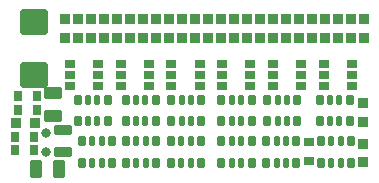
<source format=gtp>
G04*
G04 #@! TF.GenerationSoftware,Altium Limited,Altium Designer,20.0.10 (225)*
G04*
G04 Layer_Color=8421504*
%FSLAX25Y25*%
%MOIN*%
G70*
G01*
G75*
G04:AMPARAMS|DCode=15|XSize=35.43mil|YSize=57.09mil|CornerRadius=3.54mil|HoleSize=0mil|Usage=FLASHONLY|Rotation=270.000|XOffset=0mil|YOffset=0mil|HoleType=Round|Shape=RoundedRectangle|*
%AMROUNDEDRECTD15*
21,1,0.03543,0.05000,0,0,270.0*
21,1,0.02835,0.05709,0,0,270.0*
1,1,0.00709,-0.02500,-0.01417*
1,1,0.00709,-0.02500,0.01417*
1,1,0.00709,0.02500,0.01417*
1,1,0.00709,0.02500,-0.01417*
%
%ADD15ROUNDEDRECTD15*%
G04:AMPARAMS|DCode=16|XSize=86.61mil|YSize=90.55mil|CornerRadius=8.66mil|HoleSize=0mil|Usage=FLASHONLY|Rotation=270.000|XOffset=0mil|YOffset=0mil|HoleType=Round|Shape=RoundedRectangle|*
%AMROUNDEDRECTD16*
21,1,0.08661,0.07323,0,0,270.0*
21,1,0.06929,0.09055,0,0,270.0*
1,1,0.01732,-0.03661,-0.03465*
1,1,0.01732,-0.03661,0.03465*
1,1,0.01732,0.03661,0.03465*
1,1,0.01732,0.03661,-0.03465*
%
%ADD16ROUNDEDRECTD16*%
G04:AMPARAMS|DCode=17|XSize=27.56mil|YSize=36.22mil|CornerRadius=2.76mil|HoleSize=0mil|Usage=FLASHONLY|Rotation=90.000|XOffset=0mil|YOffset=0mil|HoleType=Round|Shape=RoundedRectangle|*
%AMROUNDEDRECTD17*
21,1,0.02756,0.03071,0,0,90.0*
21,1,0.02205,0.03622,0,0,90.0*
1,1,0.00551,0.01535,0.01102*
1,1,0.00551,0.01535,-0.01102*
1,1,0.00551,-0.01535,-0.01102*
1,1,0.00551,-0.01535,0.01102*
%
%ADD17ROUNDEDRECTD17*%
G04:AMPARAMS|DCode=18|XSize=39.37mil|YSize=57.09mil|CornerRadius=3.94mil|HoleSize=0mil|Usage=FLASHONLY|Rotation=180.000|XOffset=0mil|YOffset=0mil|HoleType=Round|Shape=RoundedRectangle|*
%AMROUNDEDRECTD18*
21,1,0.03937,0.04921,0,0,180.0*
21,1,0.03150,0.05709,0,0,180.0*
1,1,0.00787,-0.01575,0.02461*
1,1,0.00787,0.01575,0.02461*
1,1,0.00787,0.01575,-0.02461*
1,1,0.00787,-0.01575,-0.02461*
%
%ADD18ROUNDEDRECTD18*%
%ADD19C,0.03150*%
G04:AMPARAMS|DCode=20|XSize=23.62mil|YSize=35.43mil|CornerRadius=2.36mil|HoleSize=0mil|Usage=FLASHONLY|Rotation=90.000|XOffset=0mil|YOffset=0mil|HoleType=Round|Shape=RoundedRectangle|*
%AMROUNDEDRECTD20*
21,1,0.02362,0.03071,0,0,90.0*
21,1,0.01890,0.03543,0,0,90.0*
1,1,0.00472,0.01535,0.00945*
1,1,0.00472,0.01535,-0.00945*
1,1,0.00472,-0.01535,-0.00945*
1,1,0.00472,-0.01535,0.00945*
%
%ADD20ROUNDEDRECTD20*%
G04:AMPARAMS|DCode=21|XSize=25.59mil|YSize=31.5mil|CornerRadius=2.56mil|HoleSize=0mil|Usage=FLASHONLY|Rotation=0.000|XOffset=0mil|YOffset=0mil|HoleType=Round|Shape=RoundedRectangle|*
%AMROUNDEDRECTD21*
21,1,0.02559,0.02638,0,0,0.0*
21,1,0.02047,0.03150,0,0,0.0*
1,1,0.00512,0.01024,-0.01319*
1,1,0.00512,-0.01024,-0.01319*
1,1,0.00512,-0.01024,0.01319*
1,1,0.00512,0.01024,0.01319*
%
%ADD21ROUNDEDRECTD21*%
G04:AMPARAMS|DCode=22|XSize=17.72mil|YSize=31.5mil|CornerRadius=1.77mil|HoleSize=0mil|Usage=FLASHONLY|Rotation=0.000|XOffset=0mil|YOffset=0mil|HoleType=Round|Shape=RoundedRectangle|*
%AMROUNDEDRECTD22*
21,1,0.01772,0.02795,0,0,0.0*
21,1,0.01417,0.03150,0,0,0.0*
1,1,0.00354,0.00709,-0.01398*
1,1,0.00354,-0.00709,-0.01398*
1,1,0.00354,-0.00709,0.01398*
1,1,0.00354,0.00709,0.01398*
%
%ADD22ROUNDEDRECTD22*%
G04:AMPARAMS|DCode=23|XSize=33.47mil|YSize=33.47mil|CornerRadius=3.35mil|HoleSize=0mil|Usage=FLASHONLY|Rotation=270.000|XOffset=0mil|YOffset=0mil|HoleType=Round|Shape=RoundedRectangle|*
%AMROUNDEDRECTD23*
21,1,0.03347,0.02677,0,0,270.0*
21,1,0.02677,0.03347,0,0,270.0*
1,1,0.00669,-0.01339,-0.01339*
1,1,0.00669,-0.01339,0.01339*
1,1,0.00669,0.01339,0.01339*
1,1,0.00669,0.01339,-0.01339*
%
%ADD23ROUNDEDRECTD23*%
G04:AMPARAMS|DCode=24|XSize=27.56mil|YSize=36.22mil|CornerRadius=2.76mil|HoleSize=0mil|Usage=FLASHONLY|Rotation=0.000|XOffset=0mil|YOffset=0mil|HoleType=Round|Shape=RoundedRectangle|*
%AMROUNDEDRECTD24*
21,1,0.02756,0.03071,0,0,0.0*
21,1,0.02205,0.03622,0,0,0.0*
1,1,0.00551,0.01102,-0.01535*
1,1,0.00551,-0.01102,-0.01535*
1,1,0.00551,-0.01102,0.01535*
1,1,0.00551,0.01102,0.01535*
%
%ADD24ROUNDEDRECTD24*%
G04:AMPARAMS|DCode=25|XSize=39.37mil|YSize=57.09mil|CornerRadius=3.94mil|HoleSize=0mil|Usage=FLASHONLY|Rotation=90.000|XOffset=0mil|YOffset=0mil|HoleType=Round|Shape=RoundedRectangle|*
%AMROUNDEDRECTD25*
21,1,0.03937,0.04921,0,0,90.0*
21,1,0.03150,0.05709,0,0,90.0*
1,1,0.00787,0.02461,0.01575*
1,1,0.00787,0.02461,-0.01575*
1,1,0.00787,-0.02461,-0.01575*
1,1,0.00787,-0.02461,0.01575*
%
%ADD25ROUNDEDRECTD25*%
G04:AMPARAMS|DCode=26|XSize=33.47mil|YSize=33.47mil|CornerRadius=3.35mil|HoleSize=0mil|Usage=FLASHONLY|Rotation=180.000|XOffset=0mil|YOffset=0mil|HoleType=Round|Shape=RoundedRectangle|*
%AMROUNDEDRECTD26*
21,1,0.03347,0.02677,0,0,180.0*
21,1,0.02677,0.03347,0,0,180.0*
1,1,0.00669,-0.01339,0.01339*
1,1,0.00669,0.01339,0.01339*
1,1,0.00669,0.01339,-0.01339*
1,1,0.00669,-0.01339,-0.01339*
%
%ADD26ROUNDEDRECTD26*%
D15*
X18307Y16535D02*
D03*
Y9055D02*
D03*
D16*
X8661Y52658D02*
D03*
Y34941D02*
D03*
D17*
X100295Y6299D02*
D03*
Y12598D02*
D03*
D18*
X17028Y3543D02*
D03*
X9547D02*
D03*
D19*
X12795Y15354D02*
D03*
X12795Y9055D02*
D03*
D20*
X114764Y31004D02*
D03*
Y34744D02*
D03*
Y38484D02*
D03*
X105315D02*
D03*
Y34744D02*
D03*
Y31004D02*
D03*
X37598D02*
D03*
Y34744D02*
D03*
Y38484D02*
D03*
X47047D02*
D03*
Y34744D02*
D03*
Y31004D02*
D03*
X30118D02*
D03*
Y34744D02*
D03*
Y38484D02*
D03*
X20669D02*
D03*
Y34744D02*
D03*
Y31004D02*
D03*
X54528D02*
D03*
Y34744D02*
D03*
Y38484D02*
D03*
X63976D02*
D03*
Y34744D02*
D03*
Y31004D02*
D03*
X80905D02*
D03*
Y34744D02*
D03*
Y38484D02*
D03*
X71457D02*
D03*
Y34744D02*
D03*
Y31004D02*
D03*
X88386D02*
D03*
Y34744D02*
D03*
Y38484D02*
D03*
X97835D02*
D03*
Y34744D02*
D03*
Y31004D02*
D03*
D21*
X114469Y5610D02*
D03*
Y12697D02*
D03*
X104429D02*
D03*
Y5610D02*
D03*
X39370D02*
D03*
Y12697D02*
D03*
X49409D02*
D03*
Y5610D02*
D03*
X34843D02*
D03*
Y12697D02*
D03*
X24803D02*
D03*
Y5610D02*
D03*
X54429D02*
D03*
Y12697D02*
D03*
X64468D02*
D03*
Y5610D02*
D03*
X81299D02*
D03*
Y12697D02*
D03*
X71260D02*
D03*
Y5610D02*
D03*
X86221D02*
D03*
Y12697D02*
D03*
X96260D02*
D03*
Y5610D02*
D03*
X49311Y19390D02*
D03*
Y26476D02*
D03*
X39272D02*
D03*
Y19390D02*
D03*
X23327D02*
D03*
Y26476D02*
D03*
X33366D02*
D03*
Y19390D02*
D03*
X64567D02*
D03*
Y26476D02*
D03*
X54528D02*
D03*
Y19390D02*
D03*
X71260D02*
D03*
Y26476D02*
D03*
X81299D02*
D03*
Y19390D02*
D03*
X96555D02*
D03*
Y26476D02*
D03*
X86516D02*
D03*
Y19390D02*
D03*
X103937Y19488D02*
D03*
Y26575D02*
D03*
X113976D02*
D03*
Y19488D02*
D03*
D22*
X107874Y12697D02*
D03*
X111024D02*
D03*
Y5610D02*
D03*
X107874D02*
D03*
X42815D02*
D03*
X45965D02*
D03*
Y12697D02*
D03*
X42815D02*
D03*
X28248D02*
D03*
X31398D02*
D03*
Y5610D02*
D03*
X28248D02*
D03*
X57874D02*
D03*
X61024D02*
D03*
Y12697D02*
D03*
X57874D02*
D03*
X74705D02*
D03*
X77854D02*
D03*
Y5610D02*
D03*
X74705D02*
D03*
X89665D02*
D03*
X92815D02*
D03*
Y12697D02*
D03*
X89665D02*
D03*
X42717Y26476D02*
D03*
X45866D02*
D03*
Y19390D02*
D03*
X42717D02*
D03*
X26772D02*
D03*
X29921D02*
D03*
Y26476D02*
D03*
X26772D02*
D03*
X57973D02*
D03*
X61122D02*
D03*
Y19390D02*
D03*
X57973D02*
D03*
X74705D02*
D03*
X77854D02*
D03*
Y26476D02*
D03*
X74705D02*
D03*
X89961D02*
D03*
X93110D02*
D03*
Y19390D02*
D03*
X89961D02*
D03*
X107382Y19488D02*
D03*
X110531D02*
D03*
Y26575D02*
D03*
X107382D02*
D03*
D23*
X118504Y5748D02*
D03*
Y11969D02*
D03*
X83957Y47185D02*
D03*
Y53406D02*
D03*
X79626D02*
D03*
Y47185D02*
D03*
X75295D02*
D03*
Y53406D02*
D03*
X70965D02*
D03*
Y47185D02*
D03*
X88287D02*
D03*
Y53406D02*
D03*
X92618D02*
D03*
Y47185D02*
D03*
X96949D02*
D03*
Y53406D02*
D03*
X101279D02*
D03*
Y47185D02*
D03*
X53642D02*
D03*
Y53406D02*
D03*
X57973D02*
D03*
Y47185D02*
D03*
X62303D02*
D03*
Y53406D02*
D03*
X66634D02*
D03*
Y47185D02*
D03*
X18996D02*
D03*
Y53406D02*
D03*
X23327D02*
D03*
Y47185D02*
D03*
X27657D02*
D03*
Y53406D02*
D03*
X31988D02*
D03*
Y47185D02*
D03*
X36319D02*
D03*
Y53406D02*
D03*
X40650D02*
D03*
Y47185D02*
D03*
X44980D02*
D03*
Y53406D02*
D03*
X49311D02*
D03*
Y47185D02*
D03*
X118504Y19134D02*
D03*
Y25354D02*
D03*
X105610Y47185D02*
D03*
Y53406D02*
D03*
X109941D02*
D03*
Y47185D02*
D03*
X114272D02*
D03*
Y53406D02*
D03*
X118602D02*
D03*
Y47185D02*
D03*
D24*
X2559Y14272D02*
D03*
X8858D02*
D03*
Y9744D02*
D03*
X2559D02*
D03*
X9843Y23228D02*
D03*
X3543D02*
D03*
X9843Y27854D02*
D03*
X3543D02*
D03*
D25*
X15157Y28740D02*
D03*
Y21260D02*
D03*
D26*
X2795Y18799D02*
D03*
X9016D02*
D03*
M02*

</source>
